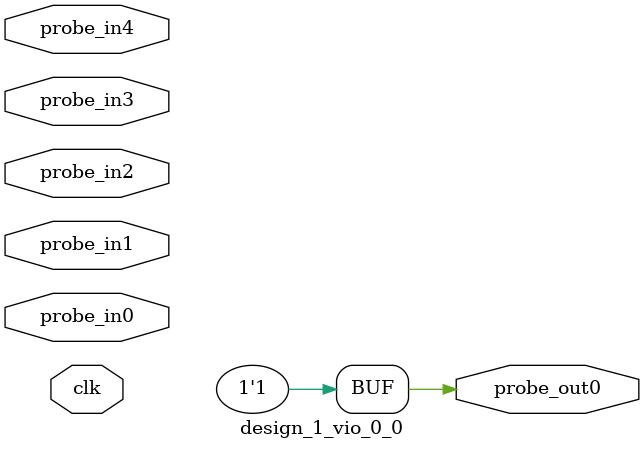
<source format=v>
`timescale 1ns / 1ps
module design_1_vio_0_0 (
clk,
probe_in0,probe_in1,probe_in2,probe_in3,probe_in4,
probe_out0
);

input clk;
input [0 : 0] probe_in0;
input [0 : 0] probe_in1;
input [0 : 0] probe_in2;
input [0 : 0] probe_in3;
input [0 : 0] probe_in4;

output reg [0 : 0] probe_out0 = 'h1 ;


endmodule

</source>
